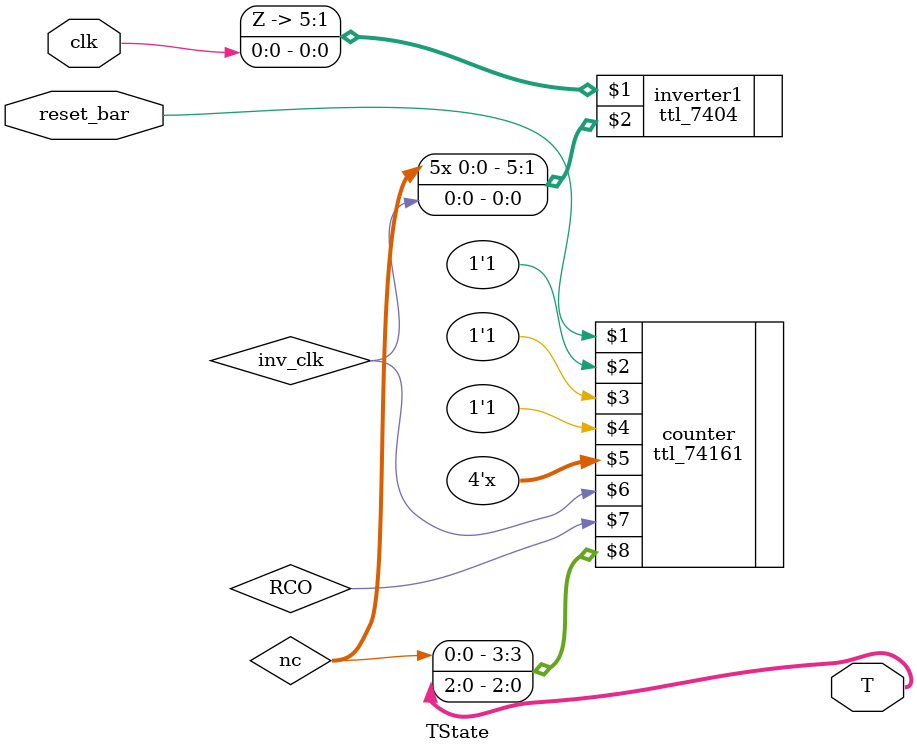
<source format=v>
/* T-state counter

   Counts up on the *negative* edge of the clock
 */

`include "ttl/7404.v"
`include "ttl/74138.v"
`include "ttl/74161.v"

module TState (clk, reset_bar, T);
    input clk;
    input reset_bar;
    output [2:0] T;

    ttl_7404 inverter1 ({5'bZZZZZ, clk}, {nc,nc,nc,nc,nc, inv_clk});

    ttl_74161 counter (reset_bar, 1'b1, 1'b1, 1'b1, 4'bZZZZ, inv_clk, RCO, {nc, T});
endmodule

</source>
